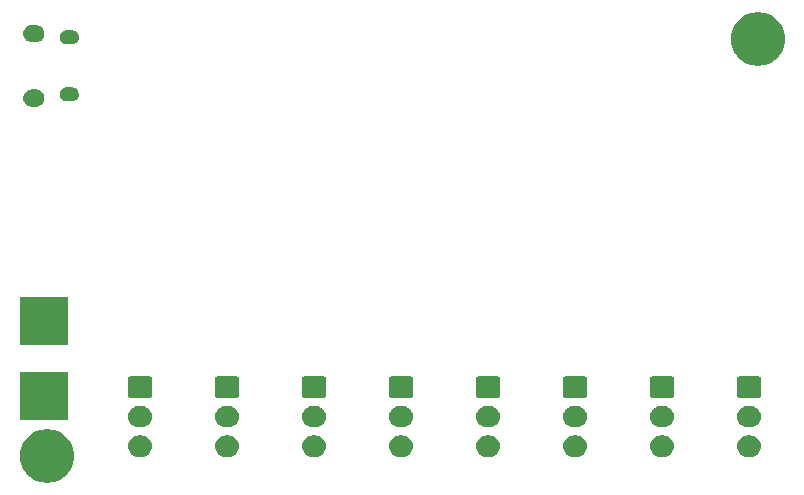
<source format=gbr>
G04 #@! TF.GenerationSoftware,KiCad,Pcbnew,5.1.5*
G04 #@! TF.CreationDate,2020-01-02T18:37:30+01:00*
G04 #@! TF.ProjectId,servodriver,73657276-6f64-4726-9976-65722e6b6963,rev?*
G04 #@! TF.SameCoordinates,Original*
G04 #@! TF.FileFunction,Soldermask,Bot*
G04 #@! TF.FilePolarity,Negative*
%FSLAX46Y46*%
G04 Gerber Fmt 4.6, Leading zero omitted, Abs format (unit mm)*
G04 Created by KiCad (PCBNEW 5.1.5) date 2020-01-02 18:37:30*
%MOMM*%
%LPD*%
G04 APERTURE LIST*
%ADD10C,0.100000*%
G04 APERTURE END LIST*
D10*
G36*
X121179880Y-98851776D02*
G01*
X121560593Y-98927504D01*
X121970249Y-99097189D01*
X122338929Y-99343534D01*
X122652466Y-99657071D01*
X122898811Y-100025751D01*
X123068496Y-100435407D01*
X123155000Y-100870296D01*
X123155000Y-101313704D01*
X123068496Y-101748593D01*
X122898811Y-102158249D01*
X122652466Y-102526929D01*
X122338929Y-102840466D01*
X121970249Y-103086811D01*
X121560593Y-103256496D01*
X121179880Y-103332224D01*
X121125705Y-103343000D01*
X120682295Y-103343000D01*
X120628120Y-103332224D01*
X120247407Y-103256496D01*
X119837751Y-103086811D01*
X119469071Y-102840466D01*
X119155534Y-102526929D01*
X118909189Y-102158249D01*
X118739504Y-101748593D01*
X118653000Y-101313704D01*
X118653000Y-100870296D01*
X118739504Y-100435407D01*
X118909189Y-100025751D01*
X119155534Y-99657071D01*
X119469071Y-99343534D01*
X119837751Y-99097189D01*
X120247407Y-98927504D01*
X120628120Y-98851776D01*
X120682295Y-98841000D01*
X121125705Y-98841000D01*
X121179880Y-98851776D01*
G37*
G36*
X180575442Y-99355518D02*
G01*
X180641627Y-99362037D01*
X180811466Y-99413557D01*
X180967991Y-99497222D01*
X181000954Y-99524274D01*
X181105186Y-99609814D01*
X181177247Y-99697622D01*
X181217778Y-99747009D01*
X181301443Y-99903534D01*
X181352963Y-100073373D01*
X181370359Y-100250000D01*
X181352963Y-100426627D01*
X181301443Y-100596466D01*
X181217778Y-100752991D01*
X181195183Y-100780523D01*
X181105186Y-100890186D01*
X181003729Y-100973448D01*
X180967991Y-101002778D01*
X180811466Y-101086443D01*
X180641627Y-101137963D01*
X180575442Y-101144482D01*
X180509260Y-101151000D01*
X180170740Y-101151000D01*
X180104558Y-101144482D01*
X180038373Y-101137963D01*
X179868534Y-101086443D01*
X179712009Y-101002778D01*
X179676271Y-100973448D01*
X179574814Y-100890186D01*
X179484817Y-100780523D01*
X179462222Y-100752991D01*
X179378557Y-100596466D01*
X179327037Y-100426627D01*
X179309641Y-100250000D01*
X179327037Y-100073373D01*
X179378557Y-99903534D01*
X179462222Y-99747009D01*
X179502753Y-99697622D01*
X179574814Y-99609814D01*
X179679046Y-99524274D01*
X179712009Y-99497222D01*
X179868534Y-99413557D01*
X180038373Y-99362037D01*
X180104557Y-99355519D01*
X180170740Y-99349000D01*
X180509260Y-99349000D01*
X180575442Y-99355518D01*
G37*
G36*
X151111442Y-99355518D02*
G01*
X151177627Y-99362037D01*
X151347466Y-99413557D01*
X151503991Y-99497222D01*
X151536954Y-99524274D01*
X151641186Y-99609814D01*
X151713247Y-99697622D01*
X151753778Y-99747009D01*
X151837443Y-99903534D01*
X151888963Y-100073373D01*
X151906359Y-100250000D01*
X151888963Y-100426627D01*
X151837443Y-100596466D01*
X151753778Y-100752991D01*
X151731183Y-100780523D01*
X151641186Y-100890186D01*
X151539729Y-100973448D01*
X151503991Y-101002778D01*
X151347466Y-101086443D01*
X151177627Y-101137963D01*
X151111442Y-101144482D01*
X151045260Y-101151000D01*
X150706740Y-101151000D01*
X150640558Y-101144482D01*
X150574373Y-101137963D01*
X150404534Y-101086443D01*
X150248009Y-101002778D01*
X150212271Y-100973448D01*
X150110814Y-100890186D01*
X150020817Y-100780523D01*
X149998222Y-100752991D01*
X149914557Y-100596466D01*
X149863037Y-100426627D01*
X149845641Y-100250000D01*
X149863037Y-100073373D01*
X149914557Y-99903534D01*
X149998222Y-99747009D01*
X150038753Y-99697622D01*
X150110814Y-99609814D01*
X150215046Y-99524274D01*
X150248009Y-99497222D01*
X150404534Y-99413557D01*
X150574373Y-99362037D01*
X150640557Y-99355519D01*
X150706740Y-99349000D01*
X151045260Y-99349000D01*
X151111442Y-99355518D01*
G37*
G36*
X158477442Y-99355518D02*
G01*
X158543627Y-99362037D01*
X158713466Y-99413557D01*
X158869991Y-99497222D01*
X158902954Y-99524274D01*
X159007186Y-99609814D01*
X159079247Y-99697622D01*
X159119778Y-99747009D01*
X159203443Y-99903534D01*
X159254963Y-100073373D01*
X159272359Y-100250000D01*
X159254963Y-100426627D01*
X159203443Y-100596466D01*
X159119778Y-100752991D01*
X159097183Y-100780523D01*
X159007186Y-100890186D01*
X158905729Y-100973448D01*
X158869991Y-101002778D01*
X158713466Y-101086443D01*
X158543627Y-101137963D01*
X158477442Y-101144482D01*
X158411260Y-101151000D01*
X158072740Y-101151000D01*
X158006558Y-101144482D01*
X157940373Y-101137963D01*
X157770534Y-101086443D01*
X157614009Y-101002778D01*
X157578271Y-100973448D01*
X157476814Y-100890186D01*
X157386817Y-100780523D01*
X157364222Y-100752991D01*
X157280557Y-100596466D01*
X157229037Y-100426627D01*
X157211641Y-100250000D01*
X157229037Y-100073373D01*
X157280557Y-99903534D01*
X157364222Y-99747009D01*
X157404753Y-99697622D01*
X157476814Y-99609814D01*
X157581046Y-99524274D01*
X157614009Y-99497222D01*
X157770534Y-99413557D01*
X157940373Y-99362037D01*
X158006557Y-99355519D01*
X158072740Y-99349000D01*
X158411260Y-99349000D01*
X158477442Y-99355518D01*
G37*
G36*
X136379442Y-99355518D02*
G01*
X136445627Y-99362037D01*
X136615466Y-99413557D01*
X136771991Y-99497222D01*
X136804954Y-99524274D01*
X136909186Y-99609814D01*
X136981247Y-99697622D01*
X137021778Y-99747009D01*
X137105443Y-99903534D01*
X137156963Y-100073373D01*
X137174359Y-100250000D01*
X137156963Y-100426627D01*
X137105443Y-100596466D01*
X137021778Y-100752991D01*
X136999183Y-100780523D01*
X136909186Y-100890186D01*
X136807729Y-100973448D01*
X136771991Y-101002778D01*
X136615466Y-101086443D01*
X136445627Y-101137963D01*
X136379442Y-101144482D01*
X136313260Y-101151000D01*
X135974740Y-101151000D01*
X135908558Y-101144482D01*
X135842373Y-101137963D01*
X135672534Y-101086443D01*
X135516009Y-101002778D01*
X135480271Y-100973448D01*
X135378814Y-100890186D01*
X135288817Y-100780523D01*
X135266222Y-100752991D01*
X135182557Y-100596466D01*
X135131037Y-100426627D01*
X135113641Y-100250000D01*
X135131037Y-100073373D01*
X135182557Y-99903534D01*
X135266222Y-99747009D01*
X135306753Y-99697622D01*
X135378814Y-99609814D01*
X135483046Y-99524274D01*
X135516009Y-99497222D01*
X135672534Y-99413557D01*
X135842373Y-99362037D01*
X135908557Y-99355519D01*
X135974740Y-99349000D01*
X136313260Y-99349000D01*
X136379442Y-99355518D01*
G37*
G36*
X143745442Y-99355518D02*
G01*
X143811627Y-99362037D01*
X143981466Y-99413557D01*
X144137991Y-99497222D01*
X144170954Y-99524274D01*
X144275186Y-99609814D01*
X144347247Y-99697622D01*
X144387778Y-99747009D01*
X144471443Y-99903534D01*
X144522963Y-100073373D01*
X144540359Y-100250000D01*
X144522963Y-100426627D01*
X144471443Y-100596466D01*
X144387778Y-100752991D01*
X144365183Y-100780523D01*
X144275186Y-100890186D01*
X144173729Y-100973448D01*
X144137991Y-101002778D01*
X143981466Y-101086443D01*
X143811627Y-101137963D01*
X143745442Y-101144482D01*
X143679260Y-101151000D01*
X143340740Y-101151000D01*
X143274558Y-101144482D01*
X143208373Y-101137963D01*
X143038534Y-101086443D01*
X142882009Y-101002778D01*
X142846271Y-100973448D01*
X142744814Y-100890186D01*
X142654817Y-100780523D01*
X142632222Y-100752991D01*
X142548557Y-100596466D01*
X142497037Y-100426627D01*
X142479641Y-100250000D01*
X142497037Y-100073373D01*
X142548557Y-99903534D01*
X142632222Y-99747009D01*
X142672753Y-99697622D01*
X142744814Y-99609814D01*
X142849046Y-99524274D01*
X142882009Y-99497222D01*
X143038534Y-99413557D01*
X143208373Y-99362037D01*
X143274557Y-99355519D01*
X143340740Y-99349000D01*
X143679260Y-99349000D01*
X143745442Y-99355518D01*
G37*
G36*
X129013442Y-99355518D02*
G01*
X129079627Y-99362037D01*
X129249466Y-99413557D01*
X129405991Y-99497222D01*
X129438954Y-99524274D01*
X129543186Y-99609814D01*
X129615247Y-99697622D01*
X129655778Y-99747009D01*
X129739443Y-99903534D01*
X129790963Y-100073373D01*
X129808359Y-100250000D01*
X129790963Y-100426627D01*
X129739443Y-100596466D01*
X129655778Y-100752991D01*
X129633183Y-100780523D01*
X129543186Y-100890186D01*
X129441729Y-100973448D01*
X129405991Y-101002778D01*
X129249466Y-101086443D01*
X129079627Y-101137963D01*
X129013442Y-101144482D01*
X128947260Y-101151000D01*
X128608740Y-101151000D01*
X128542558Y-101144482D01*
X128476373Y-101137963D01*
X128306534Y-101086443D01*
X128150009Y-101002778D01*
X128114271Y-100973448D01*
X128012814Y-100890186D01*
X127922817Y-100780523D01*
X127900222Y-100752991D01*
X127816557Y-100596466D01*
X127765037Y-100426627D01*
X127747641Y-100250000D01*
X127765037Y-100073373D01*
X127816557Y-99903534D01*
X127900222Y-99747009D01*
X127940753Y-99697622D01*
X128012814Y-99609814D01*
X128117046Y-99524274D01*
X128150009Y-99497222D01*
X128306534Y-99413557D01*
X128476373Y-99362037D01*
X128542557Y-99355519D01*
X128608740Y-99349000D01*
X128947260Y-99349000D01*
X129013442Y-99355518D01*
G37*
G36*
X165843442Y-99355518D02*
G01*
X165909627Y-99362037D01*
X166079466Y-99413557D01*
X166235991Y-99497222D01*
X166268954Y-99524274D01*
X166373186Y-99609814D01*
X166445247Y-99697622D01*
X166485778Y-99747009D01*
X166569443Y-99903534D01*
X166620963Y-100073373D01*
X166638359Y-100250000D01*
X166620963Y-100426627D01*
X166569443Y-100596466D01*
X166485778Y-100752991D01*
X166463183Y-100780523D01*
X166373186Y-100890186D01*
X166271729Y-100973448D01*
X166235991Y-101002778D01*
X166079466Y-101086443D01*
X165909627Y-101137963D01*
X165843442Y-101144482D01*
X165777260Y-101151000D01*
X165438740Y-101151000D01*
X165372558Y-101144482D01*
X165306373Y-101137963D01*
X165136534Y-101086443D01*
X164980009Y-101002778D01*
X164944271Y-100973448D01*
X164842814Y-100890186D01*
X164752817Y-100780523D01*
X164730222Y-100752991D01*
X164646557Y-100596466D01*
X164595037Y-100426627D01*
X164577641Y-100250000D01*
X164595037Y-100073373D01*
X164646557Y-99903534D01*
X164730222Y-99747009D01*
X164770753Y-99697622D01*
X164842814Y-99609814D01*
X164947046Y-99524274D01*
X164980009Y-99497222D01*
X165136534Y-99413557D01*
X165306373Y-99362037D01*
X165372557Y-99355519D01*
X165438740Y-99349000D01*
X165777260Y-99349000D01*
X165843442Y-99355518D01*
G37*
G36*
X173209442Y-99355518D02*
G01*
X173275627Y-99362037D01*
X173445466Y-99413557D01*
X173601991Y-99497222D01*
X173634954Y-99524274D01*
X173739186Y-99609814D01*
X173811247Y-99697622D01*
X173851778Y-99747009D01*
X173935443Y-99903534D01*
X173986963Y-100073373D01*
X174004359Y-100250000D01*
X173986963Y-100426627D01*
X173935443Y-100596466D01*
X173851778Y-100752991D01*
X173829183Y-100780523D01*
X173739186Y-100890186D01*
X173637729Y-100973448D01*
X173601991Y-101002778D01*
X173445466Y-101086443D01*
X173275627Y-101137963D01*
X173209442Y-101144482D01*
X173143260Y-101151000D01*
X172804740Y-101151000D01*
X172738558Y-101144482D01*
X172672373Y-101137963D01*
X172502534Y-101086443D01*
X172346009Y-101002778D01*
X172310271Y-100973448D01*
X172208814Y-100890186D01*
X172118817Y-100780523D01*
X172096222Y-100752991D01*
X172012557Y-100596466D01*
X171961037Y-100426627D01*
X171943641Y-100250000D01*
X171961037Y-100073373D01*
X172012557Y-99903534D01*
X172096222Y-99747009D01*
X172136753Y-99697622D01*
X172208814Y-99609814D01*
X172313046Y-99524274D01*
X172346009Y-99497222D01*
X172502534Y-99413557D01*
X172672373Y-99362037D01*
X172738557Y-99355519D01*
X172804740Y-99349000D01*
X173143260Y-99349000D01*
X173209442Y-99355518D01*
G37*
G36*
X129013442Y-96855518D02*
G01*
X129079627Y-96862037D01*
X129249466Y-96913557D01*
X129405991Y-96997222D01*
X129441729Y-97026552D01*
X129543186Y-97109814D01*
X129626448Y-97211271D01*
X129655778Y-97247009D01*
X129739443Y-97403534D01*
X129790963Y-97573373D01*
X129808359Y-97750000D01*
X129790963Y-97926627D01*
X129739443Y-98096466D01*
X129655778Y-98252991D01*
X129626448Y-98288729D01*
X129543186Y-98390186D01*
X129441729Y-98473448D01*
X129405991Y-98502778D01*
X129249466Y-98586443D01*
X129079627Y-98637963D01*
X129013443Y-98644481D01*
X128947260Y-98651000D01*
X128608740Y-98651000D01*
X128542557Y-98644481D01*
X128476373Y-98637963D01*
X128306534Y-98586443D01*
X128150009Y-98502778D01*
X128114271Y-98473448D01*
X128012814Y-98390186D01*
X127929552Y-98288729D01*
X127900222Y-98252991D01*
X127816557Y-98096466D01*
X127765037Y-97926627D01*
X127747641Y-97750000D01*
X127765037Y-97573373D01*
X127816557Y-97403534D01*
X127900222Y-97247009D01*
X127929552Y-97211271D01*
X128012814Y-97109814D01*
X128114271Y-97026552D01*
X128150009Y-96997222D01*
X128306534Y-96913557D01*
X128476373Y-96862037D01*
X128542557Y-96855519D01*
X128608740Y-96849000D01*
X128947260Y-96849000D01*
X129013442Y-96855518D01*
G37*
G36*
X136379442Y-96855518D02*
G01*
X136445627Y-96862037D01*
X136615466Y-96913557D01*
X136771991Y-96997222D01*
X136807729Y-97026552D01*
X136909186Y-97109814D01*
X136992448Y-97211271D01*
X137021778Y-97247009D01*
X137105443Y-97403534D01*
X137156963Y-97573373D01*
X137174359Y-97750000D01*
X137156963Y-97926627D01*
X137105443Y-98096466D01*
X137021778Y-98252991D01*
X136992448Y-98288729D01*
X136909186Y-98390186D01*
X136807729Y-98473448D01*
X136771991Y-98502778D01*
X136615466Y-98586443D01*
X136445627Y-98637963D01*
X136379443Y-98644481D01*
X136313260Y-98651000D01*
X135974740Y-98651000D01*
X135908557Y-98644481D01*
X135842373Y-98637963D01*
X135672534Y-98586443D01*
X135516009Y-98502778D01*
X135480271Y-98473448D01*
X135378814Y-98390186D01*
X135295552Y-98288729D01*
X135266222Y-98252991D01*
X135182557Y-98096466D01*
X135131037Y-97926627D01*
X135113641Y-97750000D01*
X135131037Y-97573373D01*
X135182557Y-97403534D01*
X135266222Y-97247009D01*
X135295552Y-97211271D01*
X135378814Y-97109814D01*
X135480271Y-97026552D01*
X135516009Y-96997222D01*
X135672534Y-96913557D01*
X135842373Y-96862037D01*
X135908557Y-96855519D01*
X135974740Y-96849000D01*
X136313260Y-96849000D01*
X136379442Y-96855518D01*
G37*
G36*
X143745442Y-96855518D02*
G01*
X143811627Y-96862037D01*
X143981466Y-96913557D01*
X144137991Y-96997222D01*
X144173729Y-97026552D01*
X144275186Y-97109814D01*
X144358448Y-97211271D01*
X144387778Y-97247009D01*
X144471443Y-97403534D01*
X144522963Y-97573373D01*
X144540359Y-97750000D01*
X144522963Y-97926627D01*
X144471443Y-98096466D01*
X144387778Y-98252991D01*
X144358448Y-98288729D01*
X144275186Y-98390186D01*
X144173729Y-98473448D01*
X144137991Y-98502778D01*
X143981466Y-98586443D01*
X143811627Y-98637963D01*
X143745443Y-98644481D01*
X143679260Y-98651000D01*
X143340740Y-98651000D01*
X143274557Y-98644481D01*
X143208373Y-98637963D01*
X143038534Y-98586443D01*
X142882009Y-98502778D01*
X142846271Y-98473448D01*
X142744814Y-98390186D01*
X142661552Y-98288729D01*
X142632222Y-98252991D01*
X142548557Y-98096466D01*
X142497037Y-97926627D01*
X142479641Y-97750000D01*
X142497037Y-97573373D01*
X142548557Y-97403534D01*
X142632222Y-97247009D01*
X142661552Y-97211271D01*
X142744814Y-97109814D01*
X142846271Y-97026552D01*
X142882009Y-96997222D01*
X143038534Y-96913557D01*
X143208373Y-96862037D01*
X143274557Y-96855519D01*
X143340740Y-96849000D01*
X143679260Y-96849000D01*
X143745442Y-96855518D01*
G37*
G36*
X173209442Y-96855518D02*
G01*
X173275627Y-96862037D01*
X173445466Y-96913557D01*
X173601991Y-96997222D01*
X173637729Y-97026552D01*
X173739186Y-97109814D01*
X173822448Y-97211271D01*
X173851778Y-97247009D01*
X173935443Y-97403534D01*
X173986963Y-97573373D01*
X174004359Y-97750000D01*
X173986963Y-97926627D01*
X173935443Y-98096466D01*
X173851778Y-98252991D01*
X173822448Y-98288729D01*
X173739186Y-98390186D01*
X173637729Y-98473448D01*
X173601991Y-98502778D01*
X173445466Y-98586443D01*
X173275627Y-98637963D01*
X173209443Y-98644481D01*
X173143260Y-98651000D01*
X172804740Y-98651000D01*
X172738557Y-98644481D01*
X172672373Y-98637963D01*
X172502534Y-98586443D01*
X172346009Y-98502778D01*
X172310271Y-98473448D01*
X172208814Y-98390186D01*
X172125552Y-98288729D01*
X172096222Y-98252991D01*
X172012557Y-98096466D01*
X171961037Y-97926627D01*
X171943641Y-97750000D01*
X171961037Y-97573373D01*
X172012557Y-97403534D01*
X172096222Y-97247009D01*
X172125552Y-97211271D01*
X172208814Y-97109814D01*
X172310271Y-97026552D01*
X172346009Y-96997222D01*
X172502534Y-96913557D01*
X172672373Y-96862037D01*
X172738557Y-96855519D01*
X172804740Y-96849000D01*
X173143260Y-96849000D01*
X173209442Y-96855518D01*
G37*
G36*
X158477442Y-96855518D02*
G01*
X158543627Y-96862037D01*
X158713466Y-96913557D01*
X158869991Y-96997222D01*
X158905729Y-97026552D01*
X159007186Y-97109814D01*
X159090448Y-97211271D01*
X159119778Y-97247009D01*
X159203443Y-97403534D01*
X159254963Y-97573373D01*
X159272359Y-97750000D01*
X159254963Y-97926627D01*
X159203443Y-98096466D01*
X159119778Y-98252991D01*
X159090448Y-98288729D01*
X159007186Y-98390186D01*
X158905729Y-98473448D01*
X158869991Y-98502778D01*
X158713466Y-98586443D01*
X158543627Y-98637963D01*
X158477443Y-98644481D01*
X158411260Y-98651000D01*
X158072740Y-98651000D01*
X158006557Y-98644481D01*
X157940373Y-98637963D01*
X157770534Y-98586443D01*
X157614009Y-98502778D01*
X157578271Y-98473448D01*
X157476814Y-98390186D01*
X157393552Y-98288729D01*
X157364222Y-98252991D01*
X157280557Y-98096466D01*
X157229037Y-97926627D01*
X157211641Y-97750000D01*
X157229037Y-97573373D01*
X157280557Y-97403534D01*
X157364222Y-97247009D01*
X157393552Y-97211271D01*
X157476814Y-97109814D01*
X157578271Y-97026552D01*
X157614009Y-96997222D01*
X157770534Y-96913557D01*
X157940373Y-96862037D01*
X158006557Y-96855519D01*
X158072740Y-96849000D01*
X158411260Y-96849000D01*
X158477442Y-96855518D01*
G37*
G36*
X151111442Y-96855518D02*
G01*
X151177627Y-96862037D01*
X151347466Y-96913557D01*
X151503991Y-96997222D01*
X151539729Y-97026552D01*
X151641186Y-97109814D01*
X151724448Y-97211271D01*
X151753778Y-97247009D01*
X151837443Y-97403534D01*
X151888963Y-97573373D01*
X151906359Y-97750000D01*
X151888963Y-97926627D01*
X151837443Y-98096466D01*
X151753778Y-98252991D01*
X151724448Y-98288729D01*
X151641186Y-98390186D01*
X151539729Y-98473448D01*
X151503991Y-98502778D01*
X151347466Y-98586443D01*
X151177627Y-98637963D01*
X151111443Y-98644481D01*
X151045260Y-98651000D01*
X150706740Y-98651000D01*
X150640557Y-98644481D01*
X150574373Y-98637963D01*
X150404534Y-98586443D01*
X150248009Y-98502778D01*
X150212271Y-98473448D01*
X150110814Y-98390186D01*
X150027552Y-98288729D01*
X149998222Y-98252991D01*
X149914557Y-98096466D01*
X149863037Y-97926627D01*
X149845641Y-97750000D01*
X149863037Y-97573373D01*
X149914557Y-97403534D01*
X149998222Y-97247009D01*
X150027552Y-97211271D01*
X150110814Y-97109814D01*
X150212271Y-97026552D01*
X150248009Y-96997222D01*
X150404534Y-96913557D01*
X150574373Y-96862037D01*
X150640557Y-96855519D01*
X150706740Y-96849000D01*
X151045260Y-96849000D01*
X151111442Y-96855518D01*
G37*
G36*
X180575442Y-96855518D02*
G01*
X180641627Y-96862037D01*
X180811466Y-96913557D01*
X180967991Y-96997222D01*
X181003729Y-97026552D01*
X181105186Y-97109814D01*
X181188448Y-97211271D01*
X181217778Y-97247009D01*
X181301443Y-97403534D01*
X181352963Y-97573373D01*
X181370359Y-97750000D01*
X181352963Y-97926627D01*
X181301443Y-98096466D01*
X181217778Y-98252991D01*
X181188448Y-98288729D01*
X181105186Y-98390186D01*
X181003729Y-98473448D01*
X180967991Y-98502778D01*
X180811466Y-98586443D01*
X180641627Y-98637963D01*
X180575443Y-98644481D01*
X180509260Y-98651000D01*
X180170740Y-98651000D01*
X180104557Y-98644481D01*
X180038373Y-98637963D01*
X179868534Y-98586443D01*
X179712009Y-98502778D01*
X179676271Y-98473448D01*
X179574814Y-98390186D01*
X179491552Y-98288729D01*
X179462222Y-98252991D01*
X179378557Y-98096466D01*
X179327037Y-97926627D01*
X179309641Y-97750000D01*
X179327037Y-97573373D01*
X179378557Y-97403534D01*
X179462222Y-97247009D01*
X179491552Y-97211271D01*
X179574814Y-97109814D01*
X179676271Y-97026552D01*
X179712009Y-96997222D01*
X179868534Y-96913557D01*
X180038373Y-96862037D01*
X180104557Y-96855519D01*
X180170740Y-96849000D01*
X180509260Y-96849000D01*
X180575442Y-96855518D01*
G37*
G36*
X165843442Y-96855518D02*
G01*
X165909627Y-96862037D01*
X166079466Y-96913557D01*
X166235991Y-96997222D01*
X166271729Y-97026552D01*
X166373186Y-97109814D01*
X166456448Y-97211271D01*
X166485778Y-97247009D01*
X166569443Y-97403534D01*
X166620963Y-97573373D01*
X166638359Y-97750000D01*
X166620963Y-97926627D01*
X166569443Y-98096466D01*
X166485778Y-98252991D01*
X166456448Y-98288729D01*
X166373186Y-98390186D01*
X166271729Y-98473448D01*
X166235991Y-98502778D01*
X166079466Y-98586443D01*
X165909627Y-98637963D01*
X165843443Y-98644481D01*
X165777260Y-98651000D01*
X165438740Y-98651000D01*
X165372557Y-98644481D01*
X165306373Y-98637963D01*
X165136534Y-98586443D01*
X164980009Y-98502778D01*
X164944271Y-98473448D01*
X164842814Y-98390186D01*
X164759552Y-98288729D01*
X164730222Y-98252991D01*
X164646557Y-98096466D01*
X164595037Y-97926627D01*
X164577641Y-97750000D01*
X164595037Y-97573373D01*
X164646557Y-97403534D01*
X164730222Y-97247009D01*
X164759552Y-97211271D01*
X164842814Y-97109814D01*
X164944271Y-97026552D01*
X164980009Y-96997222D01*
X165136534Y-96913557D01*
X165306373Y-96862037D01*
X165372557Y-96855519D01*
X165438740Y-96849000D01*
X165777260Y-96849000D01*
X165843442Y-96855518D01*
G37*
G36*
X122701000Y-98063000D02*
G01*
X118599000Y-98063000D01*
X118599000Y-93961000D01*
X122701000Y-93961000D01*
X122701000Y-98063000D01*
G37*
G36*
X129661600Y-94352989D02*
G01*
X129694652Y-94363015D01*
X129725103Y-94379292D01*
X129751799Y-94401201D01*
X129773708Y-94427897D01*
X129789985Y-94458348D01*
X129800011Y-94491400D01*
X129804000Y-94531903D01*
X129804000Y-95968097D01*
X129800011Y-96008600D01*
X129789985Y-96041652D01*
X129773708Y-96072103D01*
X129751799Y-96098799D01*
X129725103Y-96120708D01*
X129694652Y-96136985D01*
X129661600Y-96147011D01*
X129621097Y-96151000D01*
X127934903Y-96151000D01*
X127894400Y-96147011D01*
X127861348Y-96136985D01*
X127830897Y-96120708D01*
X127804201Y-96098799D01*
X127782292Y-96072103D01*
X127766015Y-96041652D01*
X127755989Y-96008600D01*
X127752000Y-95968097D01*
X127752000Y-94531903D01*
X127755989Y-94491400D01*
X127766015Y-94458348D01*
X127782292Y-94427897D01*
X127804201Y-94401201D01*
X127830897Y-94379292D01*
X127861348Y-94363015D01*
X127894400Y-94352989D01*
X127934903Y-94349000D01*
X129621097Y-94349000D01*
X129661600Y-94352989D01*
G37*
G36*
X144393600Y-94352989D02*
G01*
X144426652Y-94363015D01*
X144457103Y-94379292D01*
X144483799Y-94401201D01*
X144505708Y-94427897D01*
X144521985Y-94458348D01*
X144532011Y-94491400D01*
X144536000Y-94531903D01*
X144536000Y-95968097D01*
X144532011Y-96008600D01*
X144521985Y-96041652D01*
X144505708Y-96072103D01*
X144483799Y-96098799D01*
X144457103Y-96120708D01*
X144426652Y-96136985D01*
X144393600Y-96147011D01*
X144353097Y-96151000D01*
X142666903Y-96151000D01*
X142626400Y-96147011D01*
X142593348Y-96136985D01*
X142562897Y-96120708D01*
X142536201Y-96098799D01*
X142514292Y-96072103D01*
X142498015Y-96041652D01*
X142487989Y-96008600D01*
X142484000Y-95968097D01*
X142484000Y-94531903D01*
X142487989Y-94491400D01*
X142498015Y-94458348D01*
X142514292Y-94427897D01*
X142536201Y-94401201D01*
X142562897Y-94379292D01*
X142593348Y-94363015D01*
X142626400Y-94352989D01*
X142666903Y-94349000D01*
X144353097Y-94349000D01*
X144393600Y-94352989D01*
G37*
G36*
X151759600Y-94352989D02*
G01*
X151792652Y-94363015D01*
X151823103Y-94379292D01*
X151849799Y-94401201D01*
X151871708Y-94427897D01*
X151887985Y-94458348D01*
X151898011Y-94491400D01*
X151902000Y-94531903D01*
X151902000Y-95968097D01*
X151898011Y-96008600D01*
X151887985Y-96041652D01*
X151871708Y-96072103D01*
X151849799Y-96098799D01*
X151823103Y-96120708D01*
X151792652Y-96136985D01*
X151759600Y-96147011D01*
X151719097Y-96151000D01*
X150032903Y-96151000D01*
X149992400Y-96147011D01*
X149959348Y-96136985D01*
X149928897Y-96120708D01*
X149902201Y-96098799D01*
X149880292Y-96072103D01*
X149864015Y-96041652D01*
X149853989Y-96008600D01*
X149850000Y-95968097D01*
X149850000Y-94531903D01*
X149853989Y-94491400D01*
X149864015Y-94458348D01*
X149880292Y-94427897D01*
X149902201Y-94401201D01*
X149928897Y-94379292D01*
X149959348Y-94363015D01*
X149992400Y-94352989D01*
X150032903Y-94349000D01*
X151719097Y-94349000D01*
X151759600Y-94352989D01*
G37*
G36*
X159125600Y-94352989D02*
G01*
X159158652Y-94363015D01*
X159189103Y-94379292D01*
X159215799Y-94401201D01*
X159237708Y-94427897D01*
X159253985Y-94458348D01*
X159264011Y-94491400D01*
X159268000Y-94531903D01*
X159268000Y-95968097D01*
X159264011Y-96008600D01*
X159253985Y-96041652D01*
X159237708Y-96072103D01*
X159215799Y-96098799D01*
X159189103Y-96120708D01*
X159158652Y-96136985D01*
X159125600Y-96147011D01*
X159085097Y-96151000D01*
X157398903Y-96151000D01*
X157358400Y-96147011D01*
X157325348Y-96136985D01*
X157294897Y-96120708D01*
X157268201Y-96098799D01*
X157246292Y-96072103D01*
X157230015Y-96041652D01*
X157219989Y-96008600D01*
X157216000Y-95968097D01*
X157216000Y-94531903D01*
X157219989Y-94491400D01*
X157230015Y-94458348D01*
X157246292Y-94427897D01*
X157268201Y-94401201D01*
X157294897Y-94379292D01*
X157325348Y-94363015D01*
X157358400Y-94352989D01*
X157398903Y-94349000D01*
X159085097Y-94349000D01*
X159125600Y-94352989D01*
G37*
G36*
X173857600Y-94352989D02*
G01*
X173890652Y-94363015D01*
X173921103Y-94379292D01*
X173947799Y-94401201D01*
X173969708Y-94427897D01*
X173985985Y-94458348D01*
X173996011Y-94491400D01*
X174000000Y-94531903D01*
X174000000Y-95968097D01*
X173996011Y-96008600D01*
X173985985Y-96041652D01*
X173969708Y-96072103D01*
X173947799Y-96098799D01*
X173921103Y-96120708D01*
X173890652Y-96136985D01*
X173857600Y-96147011D01*
X173817097Y-96151000D01*
X172130903Y-96151000D01*
X172090400Y-96147011D01*
X172057348Y-96136985D01*
X172026897Y-96120708D01*
X172000201Y-96098799D01*
X171978292Y-96072103D01*
X171962015Y-96041652D01*
X171951989Y-96008600D01*
X171948000Y-95968097D01*
X171948000Y-94531903D01*
X171951989Y-94491400D01*
X171962015Y-94458348D01*
X171978292Y-94427897D01*
X172000201Y-94401201D01*
X172026897Y-94379292D01*
X172057348Y-94363015D01*
X172090400Y-94352989D01*
X172130903Y-94349000D01*
X173817097Y-94349000D01*
X173857600Y-94352989D01*
G37*
G36*
X181223600Y-94352989D02*
G01*
X181256652Y-94363015D01*
X181287103Y-94379292D01*
X181313799Y-94401201D01*
X181335708Y-94427897D01*
X181351985Y-94458348D01*
X181362011Y-94491400D01*
X181366000Y-94531903D01*
X181366000Y-95968097D01*
X181362011Y-96008600D01*
X181351985Y-96041652D01*
X181335708Y-96072103D01*
X181313799Y-96098799D01*
X181287103Y-96120708D01*
X181256652Y-96136985D01*
X181223600Y-96147011D01*
X181183097Y-96151000D01*
X179496903Y-96151000D01*
X179456400Y-96147011D01*
X179423348Y-96136985D01*
X179392897Y-96120708D01*
X179366201Y-96098799D01*
X179344292Y-96072103D01*
X179328015Y-96041652D01*
X179317989Y-96008600D01*
X179314000Y-95968097D01*
X179314000Y-94531903D01*
X179317989Y-94491400D01*
X179328015Y-94458348D01*
X179344292Y-94427897D01*
X179366201Y-94401201D01*
X179392897Y-94379292D01*
X179423348Y-94363015D01*
X179456400Y-94352989D01*
X179496903Y-94349000D01*
X181183097Y-94349000D01*
X181223600Y-94352989D01*
G37*
G36*
X166491600Y-94352989D02*
G01*
X166524652Y-94363015D01*
X166555103Y-94379292D01*
X166581799Y-94401201D01*
X166603708Y-94427897D01*
X166619985Y-94458348D01*
X166630011Y-94491400D01*
X166634000Y-94531903D01*
X166634000Y-95968097D01*
X166630011Y-96008600D01*
X166619985Y-96041652D01*
X166603708Y-96072103D01*
X166581799Y-96098799D01*
X166555103Y-96120708D01*
X166524652Y-96136985D01*
X166491600Y-96147011D01*
X166451097Y-96151000D01*
X164764903Y-96151000D01*
X164724400Y-96147011D01*
X164691348Y-96136985D01*
X164660897Y-96120708D01*
X164634201Y-96098799D01*
X164612292Y-96072103D01*
X164596015Y-96041652D01*
X164585989Y-96008600D01*
X164582000Y-95968097D01*
X164582000Y-94531903D01*
X164585989Y-94491400D01*
X164596015Y-94458348D01*
X164612292Y-94427897D01*
X164634201Y-94401201D01*
X164660897Y-94379292D01*
X164691348Y-94363015D01*
X164724400Y-94352989D01*
X164764903Y-94349000D01*
X166451097Y-94349000D01*
X166491600Y-94352989D01*
G37*
G36*
X137027600Y-94352989D02*
G01*
X137060652Y-94363015D01*
X137091103Y-94379292D01*
X137117799Y-94401201D01*
X137139708Y-94427897D01*
X137155985Y-94458348D01*
X137166011Y-94491400D01*
X137170000Y-94531903D01*
X137170000Y-95968097D01*
X137166011Y-96008600D01*
X137155985Y-96041652D01*
X137139708Y-96072103D01*
X137117799Y-96098799D01*
X137091103Y-96120708D01*
X137060652Y-96136985D01*
X137027600Y-96147011D01*
X136987097Y-96151000D01*
X135300903Y-96151000D01*
X135260400Y-96147011D01*
X135227348Y-96136985D01*
X135196897Y-96120708D01*
X135170201Y-96098799D01*
X135148292Y-96072103D01*
X135132015Y-96041652D01*
X135121989Y-96008600D01*
X135118000Y-95968097D01*
X135118000Y-94531903D01*
X135121989Y-94491400D01*
X135132015Y-94458348D01*
X135148292Y-94427897D01*
X135170201Y-94401201D01*
X135196897Y-94379292D01*
X135227348Y-94363015D01*
X135260400Y-94352989D01*
X135300903Y-94349000D01*
X136987097Y-94349000D01*
X137027600Y-94352989D01*
G37*
G36*
X122701000Y-91713000D02*
G01*
X118599000Y-91713000D01*
X118599000Y-87611000D01*
X122701000Y-87611000D01*
X122701000Y-91713000D01*
G37*
G36*
X120035213Y-70054502D02*
G01*
X120106321Y-70061505D01*
X120243172Y-70103019D01*
X120243175Y-70103020D01*
X120369294Y-70170432D01*
X120479843Y-70261157D01*
X120570568Y-70371706D01*
X120637980Y-70497825D01*
X120637981Y-70497828D01*
X120679495Y-70634679D01*
X120693512Y-70777000D01*
X120679495Y-70919321D01*
X120664385Y-70969130D01*
X120637980Y-71056175D01*
X120570568Y-71182294D01*
X120479843Y-71292843D01*
X120369294Y-71383568D01*
X120243175Y-71450980D01*
X120243172Y-71450981D01*
X120106321Y-71492495D01*
X120035213Y-71499498D01*
X119999660Y-71503000D01*
X119578340Y-71503000D01*
X119542787Y-71499498D01*
X119471679Y-71492495D01*
X119334828Y-71450981D01*
X119334825Y-71450980D01*
X119208706Y-71383568D01*
X119098157Y-71292843D01*
X119007432Y-71182294D01*
X118940020Y-71056175D01*
X118913615Y-70969130D01*
X118898505Y-70919321D01*
X118884488Y-70777000D01*
X118898505Y-70634679D01*
X118940019Y-70497828D01*
X118940020Y-70497825D01*
X119007432Y-70371706D01*
X119098157Y-70261157D01*
X119208706Y-70170432D01*
X119334825Y-70103020D01*
X119334828Y-70103019D01*
X119471679Y-70061505D01*
X119542787Y-70054502D01*
X119578340Y-70051000D01*
X119999660Y-70051000D01*
X120035213Y-70054502D01*
G37*
G36*
X123106818Y-69874696D02*
G01*
X123220105Y-69909062D01*
X123324512Y-69964869D01*
X123416027Y-70039973D01*
X123491131Y-70131488D01*
X123546938Y-70235895D01*
X123581304Y-70349182D01*
X123592907Y-70467000D01*
X123581304Y-70584818D01*
X123546938Y-70698105D01*
X123491131Y-70802512D01*
X123416027Y-70894027D01*
X123324512Y-70969131D01*
X123220105Y-71024938D01*
X123106818Y-71059304D01*
X123018519Y-71068000D01*
X122559481Y-71068000D01*
X122471182Y-71059304D01*
X122357895Y-71024938D01*
X122253488Y-70969131D01*
X122161973Y-70894027D01*
X122086869Y-70802512D01*
X122031062Y-70698105D01*
X121996696Y-70584818D01*
X121985093Y-70467000D01*
X121996696Y-70349182D01*
X122031062Y-70235895D01*
X122086869Y-70131488D01*
X122161973Y-70039973D01*
X122253488Y-69964869D01*
X122357895Y-69909062D01*
X122471182Y-69874696D01*
X122559481Y-69866000D01*
X123018519Y-69866000D01*
X123106818Y-69874696D01*
G37*
G36*
X181377880Y-63545776D02*
G01*
X181758593Y-63621504D01*
X182168249Y-63791189D01*
X182536929Y-64037534D01*
X182850466Y-64351071D01*
X183096811Y-64719751D01*
X183266496Y-65129407D01*
X183353000Y-65564296D01*
X183353000Y-66007704D01*
X183266496Y-66442593D01*
X183096811Y-66852249D01*
X182850466Y-67220929D01*
X182536929Y-67534466D01*
X182168249Y-67780811D01*
X181758593Y-67950496D01*
X181377880Y-68026224D01*
X181323705Y-68037000D01*
X180880295Y-68037000D01*
X180826120Y-68026224D01*
X180445407Y-67950496D01*
X180035751Y-67780811D01*
X179667071Y-67534466D01*
X179353534Y-67220929D01*
X179107189Y-66852249D01*
X178937504Y-66442593D01*
X178851000Y-66007704D01*
X178851000Y-65564296D01*
X178937504Y-65129407D01*
X179107189Y-64719751D01*
X179353534Y-64351071D01*
X179667071Y-64037534D01*
X180035751Y-63791189D01*
X180445407Y-63621504D01*
X180826120Y-63545776D01*
X180880295Y-63535000D01*
X181323705Y-63535000D01*
X181377880Y-63545776D01*
G37*
G36*
X123106818Y-65034696D02*
G01*
X123220105Y-65069062D01*
X123324512Y-65124869D01*
X123416027Y-65199973D01*
X123491131Y-65291488D01*
X123546938Y-65395895D01*
X123581304Y-65509182D01*
X123592907Y-65627000D01*
X123581304Y-65744818D01*
X123546938Y-65858105D01*
X123491131Y-65962512D01*
X123416027Y-66054027D01*
X123324512Y-66129131D01*
X123220105Y-66184938D01*
X123106818Y-66219304D01*
X123018519Y-66228000D01*
X122559481Y-66228000D01*
X122471182Y-66219304D01*
X122357895Y-66184938D01*
X122253488Y-66129131D01*
X122161973Y-66054027D01*
X122086869Y-65962512D01*
X122031062Y-65858105D01*
X121996696Y-65744818D01*
X121985093Y-65627000D01*
X121996696Y-65509182D01*
X122031062Y-65395895D01*
X122086869Y-65291488D01*
X122161973Y-65199973D01*
X122253488Y-65124869D01*
X122357895Y-65069062D01*
X122471182Y-65034696D01*
X122559481Y-65026000D01*
X123018519Y-65026000D01*
X123106818Y-65034696D01*
G37*
G36*
X120035213Y-64594502D02*
G01*
X120106321Y-64601505D01*
X120243172Y-64643019D01*
X120243175Y-64643020D01*
X120369294Y-64710432D01*
X120479843Y-64801157D01*
X120570568Y-64911706D01*
X120637980Y-65037825D01*
X120637981Y-65037828D01*
X120679495Y-65174679D01*
X120693512Y-65317000D01*
X120679495Y-65459321D01*
X120638016Y-65596055D01*
X120637980Y-65596175D01*
X120570568Y-65722294D01*
X120479843Y-65832843D01*
X120369294Y-65923568D01*
X120243175Y-65990980D01*
X120243172Y-65990981D01*
X120106321Y-66032495D01*
X120035213Y-66039498D01*
X119999660Y-66043000D01*
X119578340Y-66043000D01*
X119542787Y-66039498D01*
X119471679Y-66032495D01*
X119334828Y-65990981D01*
X119334825Y-65990980D01*
X119208706Y-65923568D01*
X119098157Y-65832843D01*
X119007432Y-65722294D01*
X118940020Y-65596175D01*
X118939984Y-65596055D01*
X118898505Y-65459321D01*
X118884488Y-65317000D01*
X118898505Y-65174679D01*
X118940019Y-65037828D01*
X118940020Y-65037825D01*
X119007432Y-64911706D01*
X119098157Y-64801157D01*
X119208706Y-64710432D01*
X119334825Y-64643020D01*
X119334828Y-64643019D01*
X119471679Y-64601505D01*
X119542787Y-64594502D01*
X119578340Y-64591000D01*
X119999660Y-64591000D01*
X120035213Y-64594502D01*
G37*
M02*

</source>
